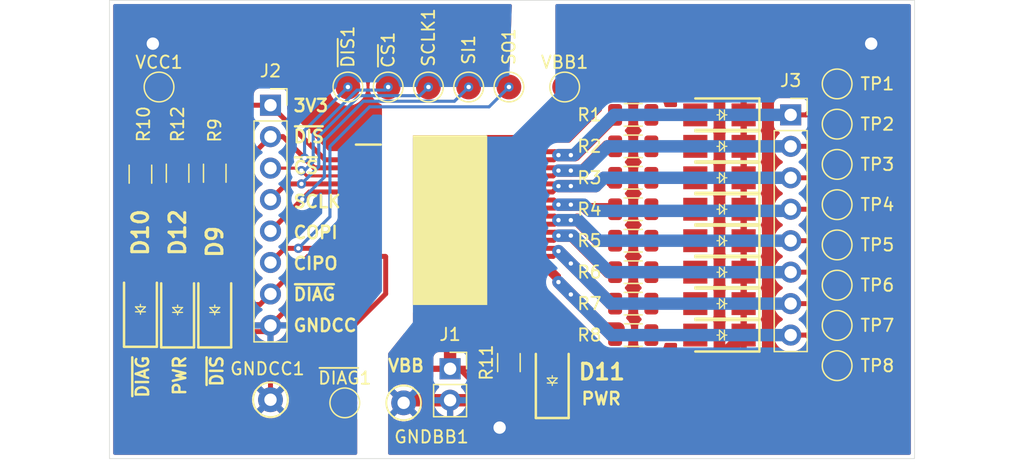
<source format=kicad_pcb>
(kicad_pcb (version 20241229) (generator "pcbnew") (generator_version "9.0")
  (layers (0 "F.Cu" signal) (2 "B.Cu" signal) (13 "F.Paste" user) (15 "B.Paste" user) (5 "F.SilkS" user "F.Silkscreen") (7 "B.SilkS" user "B.Silkscreen") (1 "F.Mask" user) (3 "B.Mask" user) (25 "Edge.Cuts" user))
  (net 0 "")
  (net 1 "GNDBB")
  (net 2 "GNDCC")
  (net 3 "Net-(IC1-OUT2_1)")
  (net 4 "Net-(IC1-OUT7_1)")
  (net 7 "Net-(IC1-OUT1_1)")
  (net 8 "Net-(IC1-OUT5_1)")
  (net 10 "Net-(IC1-OUT4_1)")
  (net 11 "Net-(IC1-OUT0_1)")
  (net 12 "Net-(IC1-~{DIS})")
  (net 15 "+3V3")
  (net 16 "Net-(IC1-SI)")
  (net 19 "Net-(IC1-OUT6_1)")
  (net 21 "Net-(IC1-SCLK)")
  (net 23 "Net-(IC1-SO)")
  (net 26 "Net-(IC1-~{CS})")
  (net 27 "Net-(IC1-OUT3_1)")
  (net 28 "Net-(D1-A)")
  (net 29 "Net-(D2-A)")
  (net 30 "Net-(D3-A)")
  (net 31 "Net-(D4-A)")
  (net 32 "Net-(D5-A)")
  (net 33 "Net-(D6-A)")
  (net 34 "Net-(D7-A)")
  (net 35 "Net-(D8-A)")
  (net 36 "Net-(D9-A)")
  (net 37 "Net-(D10-A)")
  (net 38 "Net-(D10-K)")
  (net 39 "Net-(D11-A)")
  (net 40 "Net-(D12-A)")
  (net 41 "VBB")
  (footprint "TestPoint:TestPoint_Pad_D2.0mm" (layer "F.Cu") (at 197.25 96)
    (property "Reference" "TP2" (at 3.25 0 0) (layer "F.SilkS"))
    (property "Value" "TestPoint" (hide yes))
    (pad "1" smd circle (at 0 0) (size 2 2) (layers "F.Cu" "F.Mask") (net 7 "Net-(IC1-OUT1_1)"))
  )
  (footprint "Resistor_SMD:R_1206_3216Metric" (layer "F.Cu") (at 170.75 115.25 90)
    (property "Reference" "R11" (at 0 -1.82 90) (layer "F.SilkS"))
    (property "Value" "6,2k" (hide yes))
    (pad "1" smd roundrect (at -1.4625 0 90) (size 1.125 1.75) (layers "F.Cu" "F.Mask" "F.Paste") (roundrect_rratio 0.222222) (net 41 "VBB"))
    (pad "2" smd roundrect (at 1.4625 0 90) (size 1.125 1.75) (layers "F.Cu" "F.Mask" "F.Paste") (roundrect_rratio 0.222222) (net 39 "Net-(D11-A)"))
  )
  (footprint "TestPoint:TestPoint_Pad_D2.0mm" (layer "F.Cu") (at 164.25 93)
    (property "Reference" "SCLK1" (at 0 -4 90) (layer "F.SilkS"))
    (property "Value" "TestPoint" (hide yes))
    (pad "1" smd circle (at 0 0) (size 2 2) (layers "F.Cu" "F.Mask") (net 21 "Net-(IC1-SCLK)"))
  )
  (footprint "TestPoint:TestPoint_Pad_D2.0mm" (layer "F.Cu") (at 142.5 93)
    (property "Reference" "VCC1" (at 0 -1.998 0) (layer "F.SilkS"))
    (property "Value" "TestPoint" (hide yes))
    (pad "1" smd circle (at 0 0) (size 2 2) (layers "F.Cu" "F.Mask") (net 15 "+3V3"))
  )
  (footprint "SamacSys_Parts:LEDC5017X140N" (layer "F.Cu") (at 187.75 102.87 180)
    (property "Reference" "D4" (hide yes))
    (property "Value" "156120YS75000" (hide yes))
    (pad "1" smd rect (at -1.95 0 270) (size 1.85 1.95) (layers "F.Cu" "F.Mask" "F.Paste") (net 1 "GNDBB"))
    (pad "2" smd rect (at 1.95 0 270) (size 1.85 1.95) (layers "F.Cu" "F.Mask" "F.Paste") (net 31 "Net-(D4-A)"))
  )
  (footprint "Resistor_SMD:R_1206_3216Metric" (layer "F.Cu") (at 180.7875 97.79)
    (property "Reference" "R2" (at -3.5375 0 0) (layer "F.SilkS"))
    (property "Value" "6,2k" (hide yes))
    (pad "1" smd roundrect (at -1.4625 0) (size 1.125 1.75) (layers "F.Cu" "F.Mask" "F.Paste") (roundrect_rratio 0.222222) (net 7 "Net-(IC1-OUT1_1)"))
    (pad "2" smd roundrect (at 1.4625 0) (size 1.125 1.75) (layers "F.Cu" "F.Mask" "F.Paste") (roundrect_rratio 0.222222) (net 29 "Net-(D2-A)"))
  )
  (footprint "FH_Aachen:PassStift_d=1.0_D=6.0_einseitig" (layer "F.Cu") (at 142 89.5)
    (property "Reference" "REF**" (hide yes))
    (property "Value" "PassStift_d=1.0_D=6.0_einseitig")
    (pad "" np_thru_hole circle (at 0 0) (size 1 1) (drill 1) (layers "*.Cu" "*.Mask"))
  )
  (footprint "SamacSys_Parts:LEDC5017X140N" (layer "F.Cu") (at 187.75 113.03 180)
    (property "Reference" "D8" (hide yes))
    (property "Value" "156120YS75000" (hide yes))
    (pad "1" smd rect (at -1.95 0 270) (size 1.85 1.95) (layers "F.Cu" "F.Mask" "F.Paste") (net 1 "GNDBB"))
    (pad "2" smd rect (at 1.95 0 270) (size 1.85 1.95) (layers "F.Cu" "F.Mask" "F.Paste") (net 35 "Net-(D8-A)"))
  )
  (footprint "TestPoint:TestPoint_Pad_D2.0mm" (layer "F.Cu") (at 197.25 109)
    (property "Reference" "TP6" (at 3.25 0 0) (layer "F.SilkS"))
    (property "Value" "TestPoint" (hide yes))
    (pad "1" smd circle (at 0 0) (size 2 2) (layers "F.Cu" "F.Mask") (net 8 "Net-(IC1-OUT5_1)"))
  )
  (footprint "SamacSys_Parts:LEDC5017X140N" (layer "F.Cu") (at 174.25 116.5 90)
    (property "Reference" "D11" (at 0.5 4 180) (layer "F.SilkS") (effects (font (size 1.27 1.27) (thickness 0.254))))
    (property "Value" "Grün" (hide yes))
    (pad "1" smd rect (at -1.95 0 180) (size 1.85 1.95) (layers "F.Cu" "F.Mask" "F.Paste") (net 1 "GNDBB"))
    (pad "2" smd rect (at 1.95 0 180) (size 1.85 1.95) (layers "F.Cu" "F.Mask" "F.Paste") (net 39 "Net-(D11-A)"))
  )
  (footprint "TestPoint:TestPoint_Pad_D2.0mm" (layer "F.Cu") (at 175.25 93)
    (property "Reference" "VBB1" (at 0 -1.998 0) (layer "F.SilkS"))
    (property "Value" "TestPoint" (hide yes))
    (pad "1" smd circle (at 0 0) (size 2 2) (layers "F.Cu" "F.Mask") (net 41 "VBB"))
  )
  (footprint "SamacSys_Parts:LEDC5017X140N" (layer "F.Cu") (at 187.75 100.33 180)
    (property "Reference" "D3" (hide yes))
    (property "Value" "156120YS75000" (hide yes))
    (pad "1" smd rect (at -1.95 0 270) (size 1.85 1.95) (layers "F.Cu" "F.Mask" "F.Paste") (net 1 "GNDBB"))
    (pad "2" smd rect (at 1.95 0 270) (size 1.85 1.95) (layers "F.Cu" "F.Mask" "F.Paste") (net 30 "Net-(D3-A)"))
  )
  (footprint "Connector_PinSocket_2.54mm:PinSocket_1x08_P2.54mm_Vertical" (layer "F.Cu") (at 151.5 94.47)
    (property "Reference" "J2" (at 0 -2.77 0) (layer "F.SilkS"))
    (property "Value" "Conn_01x08" (hide yes))
    (pad "1" thru_hole rect (at 0 0) (size 1.7 1.7) (drill 1) (layers "*.Cu" "*.Mask") (net 15 "+3V3"))
    (pad "2" thru_hole oval (at 0 2.54) (size 1.7 1.7) (drill 1) (layers "*.Cu" "*.Mask") (net 12 "Net-(IC1-~{DIS})"))
    (pad "3" thru_hole oval (at 0 5.08) (size 1.7 1.7) (drill 1) (layers "*.Cu" "*.Mask") (net 26 "Net-(IC1-~{CS})"))
    (pad "4" thru_hole oval (at 0 7.62) (size 1.7 1.7) (drill 1) (layers "*.Cu" "*.Mask") (net 21 "Net-(IC1-SCLK)"))
    (pad "5" thru_hole oval (at 0 10.16) (size 1.7 1.7) (drill 1) (layers "*.Cu" "*.Mask") (net 16 "Net-(IC1-SI)"))
    (pad "6" thru_hole oval (at 0 12.7) (size 1.7 1.7) (drill 1) (layers "*.Cu" "*.Mask") (net 23 "Net-(IC1-SO)"))
    (pad "7" thru_hole oval (at 0 15.24) (size 1.7 1.7) (drill 1) (layers "*.Cu" "*.Mask") (net 38 "Net-(D10-K)"))
    (pad "8" thru_hole oval (at 0 17.78) (size 1.7 1.7) (drill 1) (layers "*.Cu" "*.Mask") (net 2 "GNDCC"))
  )
  (footprint "SamacSys_Parts:SOP65P1420X350-37N" (layer "F.Cu") (at 166 103.75)
    (property "Reference" "IC1" (at 0 0 0) (layer "F.SilkS") (effects (font (size 1.27 1.27) (thickness 0.254))))
    (property "Value" "ISO1H816G" (hide yes))
    (pad "1" smd rect (at -6.6 -5.525 90) (size 0.45 2) (layers "F.Cu" "F.Mask" "F.Paste"))
    (pad "2" smd rect (at -6.6 -4.875 90) (size 0.45 2) (layers "F.Cu" "F.Mask" "F.Paste") (net 15 "+3V3"))
    (pad "3" smd rect (at -6.6 -4.225 90) (size 0.45 2) (layers "F.Cu" "F.Mask" "F.Paste") (net 12 "Net-(IC1-~{DIS})"))
    (pad "4" smd rect (at -6.6 -3.575 90) (size 0.45 2) (layers "F.Cu" "F.Mask" "F.Paste") (net 26 "Net-(IC1-~{CS})"))
    (pad "5" smd rect (at -6.6 -2.925 90) (size 0.45 2) (layers "F.Cu" "F.Mask" "F.Paste") (net 21 "Net-(IC1-SCLK)"))
    (pad "6" smd rect (at -6.6 -2.275 90) (size 0.45 2) (layers "F.Cu" "F.Mask" "F.Paste") (net 16 "Net-(IC1-SI)"))
    (pad "7" smd rect (at -6.6 -1.625 90) (size 0.45 2) (layers "F.Cu" "F.Mask" "F.Paste"))
    (pad "8" smd rect (at -6.6 -0.975 90) (size 0.45 2) (layers "F.Cu" "F.Mask" "F.Paste"))
    (pad "9" smd rect (at -6.6 -0.325 90) (size 0.45 2) (layers "F.Cu" "F.Mask" "F.Paste"))
    (pad "10" smd rect (at -6.6 0.325 90) (size 0.45 2) (layers "F.Cu" "F.Mask" "F.Paste"))
    (pad "11" smd rect (at -6.6 0.975 90) (size 0.45 2) (layers "F.Cu" "F.Mask" "F.Paste"))
    (pad "12" smd rect (at -6.6 1.625 90) (size 0.45 2) (layers "F.Cu" "F.Mask" "F.Paste"))
    (pad "13" smd rect (at -6.6 2.275 90) (size 0.45 2) (layers "F.Cu" "F.Mask" "F.Paste") (net 23 "Net-(IC1-SO)"))
    (pad "14" smd rect (at -6.6 2.925 90) (size 0.45 2) (layers "F.Cu" "F.Mask" "F.Paste") (net 38 "Net-(D10-K)"))
    (pad "15" smd rect (at -6.6 3.575 90) (size 0.45 2) (layers "F.Cu" "F.Mask" "F.Paste") (net 2 "GNDCC"))
    (pad "16" smd rect (at -6.6 4.225 90) (size 0.45 2) (layers "F.Cu" "F.Mask" "F.Paste"))
    (pad "17" smd rect (at -6.6 4.875 90) (size 0.45 2) (layers "F.Cu" "F.Mask" "F.Paste"))
    (pad "18" smd rect (at -6.6 5.525 90) (size 0.45 2) (layers "F.Cu" "F.Mask" "F.Paste"))
    (pad "19" smd rect (at 6.6 5.525 90) (size 0.45 2) (layers "F.Cu" "F.Mask" "F.Paste") (net 1 "GNDBB"))
    (pad "20" smd rect (at 6.6 4.875 90) (size 0.45 2) (layers "F.Cu" "F.Mask" "F.Paste"))
    (pad "21" smd rect (at 6.6 4.225 90) (size 0.45 2) (layers "F.Cu" "F.Mask" "F.Paste") (net 4 "Net-(IC1-OUT7_1)"))
    (pad "22" smd rect (at 6.6 3.575 90) (size 0.45 2) (layers "F.Cu" "F.Mask" "F.Paste") (net 4 "Net-(IC1-OUT7_1)"))
    (pad "23" smd rect (at 6.6 2.925 90) (size 0.45 2) (layers "F.Cu" "F.Mask" "F.Paste") (net 19 "Net-(IC1-OUT6_1)"))
    (pad "24" smd rect (at 6.6 2.275 90) (size 0.45 2) (layers "F.Cu" "F.Mask" "F.Paste") (net 19 "Net-(IC1-OUT6_1)"))
    (pad "25" smd rect (at 6.6 1.625 90) (size 0.45 2) (layers "F.Cu" "F.Mask" "F.Paste") (net 8 "Net-(IC1-OUT5_1)"))
    (pad "26" smd rect (at 6.6 0.975 90) (size 0.45 2) (layers "F.Cu" "F.Mask" "F.Paste") (net 8 "Net-(IC1-OUT5_1)"))
    (pad "27" smd rect (at 6.6 0.325 90) (size 0.45 2) (layers "F.Cu" "F.Mask" "F.Paste") (net 10 "Net-(IC1-OUT4_1)"))
    (pad "28" smd rect (at 6.6 -0.325 90) (size 0.45 2) (layers "F.Cu" "F.Mask" "F.Paste") (net 10 "Net-(IC1-OUT4_1)"))
    (pad "29" smd rect (at 6.6 -0.975 90) (size 0.45 2) (layers "F.Cu" "F.Mask" "F.Paste") (net 27 "Net-(IC1-OUT3_1)"))
    (pad "30" smd rect (at 6.6 -1.625 90) (size 0.45 2) (layers "F.Cu" "F.Mask" "F.Paste") (net 27 "Net-(IC1-OUT3_1)"))
    (pad "31" smd rect (at 6.6 -2.275 90) (size 0.45 2) (layers "F.Cu" "F.Mask" "F.Paste") (net 3 "Net-(IC1-OUT2_1)"))
    (pad "32" smd rect (at 6.6 -2.925 90) (size 0.45 2) (layers "F.Cu" "F.Mask" "F.Paste") (net 3 "Net-(IC1-OUT2_1)"))
    (pad "33" smd rect (at 6.6 -3.575 90) (size 0.45 2) (layers "F.Cu" "F.Mask" "F.Paste") (net 7 "Net-(IC1-OUT1_1)"))
    (pad "34" smd rect (at 6.6 -4.225 90) (size 0.45 2) (layers "F.Cu" "F.Mask" "F.Paste") (net 7 "Net-(IC1-OUT1_1)"))
    (pad "35" smd rect (at 6.6 -4.875 90) (size 0.45 2) (layers "F.Cu" "F.Mask" "F.Paste") (net 11 "Net-(IC1-OUT0_1)"))
    (pad "36" smd rect (at 6.6 -5.525 90) (size 0.45 2) (layers "F.Cu" "F.Mask" "F.Paste") (net 11 "Net-(IC1-OUT0_1)"))
    (pad "37" smd rect (at 0 0) (size 6 13.7) (layers "F.Cu" "F.Mask" "F.SilkS" "F.Paste") (net 41 "VBB"))
  )
  (footprint "TestPoint:TestPoint_Keystone_5000-5004_Miniature" (layer "F.Cu") (at 162.25 118.5)
    (property "Reference" "GNDBB1" (at 2.25 2.75 0) (layer "F.SilkS"))
    (property "Value" "TestPoint_Probe" (hide yes))
    (pad "1" thru_hole circle (at 0 0) (size 2 2) (drill 1) (layers "*.Cu" "*.Mask") (net 1 "GNDBB"))
  )
  (footprint "Resistor_SMD:R_1206_3216Metric" (layer "F.Cu") (at 180.7875 100.33)
    (property "Reference" "R3" (at -3.5375 0 0) (layer "F.SilkS"))
    (property "Value" "6,2k" (hide yes))
    (pad "1" smd roundrect (at -1.4625 0) (size 1.125 1.75) (layers "F.Cu" "F.Mask" "F.Paste") (roundrect_rratio 0.222222) (net 3 "Net-(IC1-OUT2_1)"))
    (pad "2" smd roundrect (at 1.4625 0) (size 1.125 1.75) (layers "F.Cu" "F.Mask" "F.Paste") (roundrect_rratio 0.222222) (net 30 "Net-(D3-A)"))
  )
  (footprint "SamacSys_Parts:LEDC5017X140N" (layer "F.Cu") (at 187.75 95.25 180)
    (property "Reference" "D1" (hide yes))
    (property "Value" "156120YS75000" (hide yes))
    (pad "1" smd rect (at -1.95 0 270) (size 1.85 1.95) (layers "F.Cu" "F.Mask" "F.Paste") (net 1 "GNDBB"))
    (pad "2" smd rect (at 1.95 0 270) (size 1.85 1.95) (layers "F.Cu" "F.Mask" "F.Paste") (net 28 "Net-(D1-A)"))
  )
  (footprint "Connector_PinSocket_2.54mm:PinSocket_1x08_P2.54mm_Vertical" (layer "F.Cu") (at 193.5 95.25)
    (property "Reference" "J3" (at 0 -2.77 0) (layer "F.SilkS"))
    (property "Value" "Conn_01x08")
    (pad "1" thru_hole rect (at 0 0) (size 1.7 1.7) (drill 1) (layers "*.Cu" "*.Mask") (net 11 "Net-(IC1-OUT0_1)"))
    (pad "2" thru_hole oval (at 0 2.54) (size 1.7 1.7) (drill 1) (layers "*.Cu" "*.Mask") (net 7 "Net-(IC1-OUT1_1)"))
    (pad "3" thru_hole oval (at 0 5.08) (size 1.7 1.7) (drill 1) (layers "*.Cu" "*.Mask") (net 3 "Net-(IC1-OUT2_1)"))
    (pad "4" thru_hole oval (at 0 7.62) (size 1.7 1.7) (drill 1) (layers "*.Cu" "*.Mask") (net 27 "Net-(IC1-OUT3_1)"))
    (pad "5" thru_hole oval (at 0 10.16) (size 1.7 1.7) (drill 1) (layers "*.Cu" "*.Mask") (net 10 "Net-(IC1-OUT4_1)"))
    (pad "6" thru_hole oval (at 0 12.7) (size 1.7 1.7) (drill 1) (layers "*.Cu" "*.Mask") (net 8 "Net-(IC1-OUT5_1)"))
    (pad "7" thru_hole oval (at 0 15.24) (size 1.7 1.7) (drill 1) (layers "*.Cu" "*.Mask") (net 19 "Net-(IC1-OUT6_1)"))
    (pad "8" thru_hole oval (at 0 17.78) (size 1.7 1.7) (drill 1) (layers "*.Cu" "*.Mask") (net 4 "Net-(IC1-OUT7_1)"))
  )
  (footprint "SamacSys_Parts:LEDC5017X140N" (layer "F.Cu") (at 187.75 97.79 180)
    (property "Reference" "D2" (hide yes))
    (property "Value" "156120YS75000" (hide yes))
    (pad "1" smd rect (at -1.95 0 270) (size 1.85 1.95) (layers "F.Cu" "F.Mask" "F.Paste") (net 1 "GNDBB"))
    (pad "2" smd rect (at 1.95 0 270) (size 1.85 1.95) (layers "F.Cu" "F.Mask" "F.Paste") (net 29 "Net-(D2-A)"))
  )
  (footprint "TestPoint:TestPoint_Pad_D2.0mm" (layer "F.Cu") (at 167.5 93)
    (property "Reference" "SI1" (at 0 -3 90) (layer "F.SilkS"))
    (property "Value" "TestPoint" (hide yes))
    (pad "1" smd circle (at 0 0) (size 2 2) (layers "F.Cu" "F.Mask") (net 16 "Net-(IC1-SI)"))
  )
  (footprint "TestPoint:TestPoint_Pad_D2.0mm" (layer "F.Cu") (at 197.25 102.5)
    (property "Reference" "TP4" (at 3.25 0 0) (layer "F.SilkS"))
    (property "Value" "TestPoint" (hide yes))
    (pad "1" smd circle (at 0 0) (size 2 2) (layers "F.Cu" "F.Mask") (net 27 "Net-(IC1-OUT3_1)"))
  )
  (footprint "Resistor_SMD:R_1206_3216Metric" (layer "F.Cu") (at 180.7875 105.41)
    (property "Reference" "R5" (at -3.5375 0 0) (layer "F.SilkS"))
    (property "Value" "6,2k" (hide yes))
    (pad "1" smd roundrect (at -1.4625 0) (size 1.125 1.75) (layers "F.Cu" "F.Mask" "F.Paste") (roundrect_rratio 0.222222) (net 10 "Net-(IC1-OUT4_1)"))
    (pad "2" smd roundrect (at 1.4625 0) (size 1.125 1.75) (layers "F.Cu" "F.Mask" "F.Paste") (roundrect_rratio 0.222222) (net 32 "Net-(D5-A)"))
  )
  (footprint "TestPoint:TestPoint_Pad_D2.0mm" (layer "F.Cu") (at 197.25 99.25)
    (property "Reference" "TP3" (at 3.25 0 0) (layer "F.SilkS"))
    (property "Value" "TestPoint" (hide yes))
    (pad "1" smd circle (at 0 0) (size 2 2) (layers "F.Cu" "F.Mask") (net 3 "Net-(IC1-OUT2_1)"))
  )
  (footprint "FH_Aachen:PassStift_d=1.0_D=6.0_einseitig" (layer "F.Cu") (at 170 120.5)
    (property "Reference" "REF**" (hide yes))
    (property "Value" "PassStift_d=1.0_D=6.0_einseitig")
    (pad "" np_thru_hole circle (at 0 0) (size 1 1) (drill 1) (layers "*.Cu" "*.Mask"))
  )
  (footprint "SamacSys_Parts:LEDC5017X140N" (layer "F.Cu") (at 147 110.8 90)
    (property "Reference" "D9" (at 5.3 0 90) (layer "F.SilkS") (effects (font (size 1.27 1.27) (thickness 0.254))))
    (property "Value" "270" (hide yes))
    (pad "1" smd rect (at -1.95 0 180) (size 1.85 1.95) (layers "F.Cu" "F.Mask" "F.Paste") (net 2 "GNDCC"))
    (pad "2" smd rect (at 1.95 0 180) (size 1.85 1.95) (layers "F.Cu" "F.Mask" "F.Paste") (net 36 "Net-(D9-A)"))
  )
  (footprint "SamacSys_Parts:LEDC5017X140N" (layer "F.Cu") (at 187.75 105.41 180)
    (property "Reference" "D5" (hide yes))
    (property "Value" "156120YS75000" (hide yes))
    (pad "1" smd rect (at -1.95 0 270) (size 1.85 1.95) (layers "F.Cu" "F.Mask" "F.Paste") (net 1 "GNDBB"))
    (pad "2" smd rect (at 1.95 0 270) (size 1.85 1.95) (layers "F.Cu" "F.Mask" "F.Paste") (net 32 "Net-(D5-A)"))
  )
  (footprint "TestPoint:TestPoint_Pad_D2.0mm" (layer "F.Cu") (at 197.25 115.5)
    (property "Reference" "TP8" (at 3.25 0 0) (layer "F.SilkS"))
    (property "Value" "TestPoint" (hide yes))
    (pad "1" smd circle (at 0 0) (size 2 2) (layers "F.Cu" "F.Mask") (net 4 "Net-(IC1-OUT7_1)"))
  )
  (footprint "Resistor_SMD:R_1206_3216Metric" (layer "F.Cu") (at 141 100.0375 -90)
    (property "Reference" "R10" (at -4.0375 -0.25 90) (layer "F.SilkS"))
    (property "Value" "270" (hide yes))
    (pad "1" smd roundrect (at -1.4625 0 270) (size 1.125 1.75) (layers "F.Cu" "F.Mask" "F.Paste") (roundrect_rratio 0.222222) (net 15 "+3V3"))
    (pad "2" smd roundrect (at 1.4625 0 270) (size 1.125 1.75) (layers "F.Cu" "F.Mask" "F.Paste") (roundrect_rratio 0.222222) (net 37 "Net-(D10-A)"))
  )
  (footprint "FH_Aachen:PassStift_d=1.0_D=6.0_einseitig" (layer "F.Cu") (at 200 89.5)
    (property "Reference" "REF**" (hide yes))
    (property "Value" "PassStift_d=1.0_D=6.0_einseitig")
    (pad "" np_thru_hole circle (at 0 0) (size 1 1) (drill 1) (layers "*.Cu" "*.Mask"))
  )
  (footprint "TestPoint:TestPoint_Pad_D2.0mm" (layer "F.Cu") (at 197.25 105.75)
    (property "Reference" "TP5" (at 3.25 0 0) (layer "F.SilkS"))
    (property "Value" "TestPoint" (hide yes))
    (pad "1" smd circle (at 0 0) (size 2 2) (layers "F.Cu" "F.Mask") (net 10 "Net-(IC1-OUT4_1)"))
  )
  (footprint "SamacSys_Parts:LEDC5017X140N" (layer "F.Cu") (at 187.75 107.95 180)
    (property "Reference" "D6" (hide yes))
    (property "Value" "156120YS75000" (hide yes))
    (pad "1" smd rect (at -1.95 0 270) (size 1.85 1.95) (layers "F.Cu" "F.Mask" "F.Paste") (net 1 "GNDBB"))
    (pad "2" smd rect (at 1.95 0 270) (size 1.85 1.95) (layers "F.Cu" "F.Mask" "F.Paste") (net 33 "Net-(D6-A)"))
  )
  (footprint "Resistor_SMD:R_1206_3216Metric" (layer "F.Cu") (at 180.7875 113.03)
    (property "Reference" "R8" (at -3.5375 0 0) (layer "F.SilkS"))
    (property "Value" "6,2k" (hide yes))
    (pad "1" smd roundrect (at -1.4625 0) (size 1.125 1.75) (layers "F.Cu" "F.Mask" "F.Paste") (roundrect_rratio 0.222222) (net 4 "Net-(IC1-OUT7_1)"))
    (pad "2" smd roundrect (at 1.4625 0) (size 1.125 1.75) (layers "F.Cu" "F.Mask" "F.Paste") (roundrect_rratio 0.222222) (net 35 "Net-(D8-A)"))
  )
  (footprint "Resistor_SMD:R_1206_3216Metric" (layer "F.Cu") (at 180.7875 110.49)
    (property "Reference" "R7" (at -3.5375 0 0) (layer "F.SilkS"))
    (property "Value" "6,2k" (hide yes))
    (pad "1" smd roundrect (at -1.4625 0) (size 1.125 1.75) (layers "F.Cu" "F.Mask" "F.Paste") (roundrect_rratio 0.222222) (net 19 "Net-(IC1-OUT6_1)"))
    (pad "2" smd roundrect (at 1.4625 0) (size 1.125 1.75) (layers "F.Cu" "F.Mask" "F.Paste") (roundrect_rratio 0.222222) (net 34 "Net-(D7-A)"))
  )
  (footprint "Resistor_SMD:R_1206_3216Metric" (layer "F.Cu") (at 147 99.9625 -90)
    (property "Reference" "R9" (at -3.4625 0 90) (layer "F.SilkS"))
    (property "Value" "6,2k" (hide yes))
    (pad "1" smd roundrect (at -1.4625 0 270) (size 1.125 1.75) (layers "F.Cu" "F.Mask" "F.Paste") (roundrect_rratio 0.222222) (net 12 "Net-(IC1-~{DIS})"))
    (pad "2" smd roundrect (at 1.4625 0 270) (size 1.125 1.75) (layers "F.Cu" "F.Mask" "F.Paste") (roundrect_rratio 0.222222) (net 36 "Net-(D9-A)"))
  )
  (footprint "TestPoint:TestPoint_Pad_D2.0mm" (layer "F.Cu") (at 157.75 93)
    (property "Reference" "~{DIS}1" (at 0 -3.25 90) (layer "F.SilkS"))
    (property "Value" "TestPoint" (hide yes))
    (pad "1" smd circle (at 0 0) (size 2 2) (layers "F.Cu" "F.Mask") (net 12 "Net-(IC1-~{DIS})"))
  )
  (footprint "SamacSys_Parts:LEDC5017X140N" (layer "F.Cu") (at 144 110.8 90)
    (property "Reference" "D12" (at 6.05 0 90) (layer "F.SilkS") (effects (font (size 1.27 1.27) (thickness 0.254))))
    (property "Value" "Grün" (hide yes))
    (pad "1" smd rect (at -1.95 0 180) (size 1.85 1.95) (layers "F.Cu" "F.Mask" "F.Paste") (net 2 "GNDCC"))
    (pad "2" smd rect (at 1.95 0 180) (size 1.85 1.95) (layers "F.Cu" "F.Mask" "F.Paste") (net 40 "Net-(D12-A)"))
  )
  (footprint "Connector_PinSocket_2.54mm:PinSocket_1x02_P2.54mm_Vertical" (layer "F.Cu") (at 166 115.75)
    (property "Reference" "J1" (at 0 -2.77 0) (layer "F.SilkS"))
    (property "Value" "Conn_01x02" (hide yes))
    (pad "1" thru_hole rect (at 0 0) (size 1.7 1.7) (drill 1) (layers "*.Cu" "*.Mask") (net 41 "VBB"))
    (pad "2" thru_hole oval (at 0 2.54) (size 1.7 1.7) (drill 1) (layers "*.Cu" "*.Mask") (net 1 "GNDBB"))
  )
  (footprint "TestPoint:TestPoint_Keystone_5000-5004_Miniature" (layer "F.Cu") (at 151.5 118.25)
    (property "Reference" "GNDCC1" (at -0.25 -2.5 0) (layer "F.SilkS"))
    (property "Value" "TestPoint_Probe" (hide yes))
    (pad "1" thru_hole circle (at 0 0) (size 2 2) (drill 1) (layers "*.Cu" "*.Mask") (net 2 "GNDCC"))
  )
  (footprint "Resistor_SMD:R_1206_3216Metric" (layer "F.Cu") (at 180.7875 102.87)
    (property "Reference" "R4" (at -3.5375 0 0) (layer "F.SilkS"))
    (property "Value" "6,2k" (hide yes))
    (pad "1" smd roundrect (at -1.4625 0) (size 1.125 1.75) (layers "F.Cu" "F.Mask" "F.Paste") (roundrect_rratio 0.222222) (net 27 "Net-(IC1-OUT3_1)"))
    (pad "2" smd roundrect (at 1.4625 0) (size 1.125 1.75) (layers "F.Cu" "F.Mask" "F.Paste") (roundrect_rratio 0.222222) (net 31 "Net-(D4-A)"))
  )
  (footprint "Resistor_SMD:R_1206_3216Metric" (layer "F.Cu") (at 180.7875 95.25)
    (property "Reference" "R1" (at -3.5375 0 0) (layer "F.SilkS"))
    (property "Value" "6,2k" (hide yes))
    (pad "1" smd roundrect (at -1.4625 0) (size 1.125 1.75) (layers "F.Cu" "F.Mask" "F.Paste") (roundrect_rratio 0.222222) (net 11 "Net-(IC1-OUT0_1)"))
    (pad "2" smd roundrect (at 1.4625 0) (size 1.125 1.75) (layers "F.Cu" "F.Mask" "F.Paste") (roundrect_rratio 0.222222) (net 28 "Net-(D1-A)"))
  )
  (footprint "TestPoint:TestPoint_Pad_D2.0mm" (layer "F.Cu") (at 157.5 118.5)
    (property "Reference" "~{DIAG}1" (at 0 -1.998 0) (layer "F.SilkS"))
    (property "Value" "TestPoint" (hide yes))
    (pad "1" smd circle (at 0 0) (size 2 2) (layers "F.Cu" "F.Mask") (net 38 "Net-(D10-K)"))
  )
  (footprint "Resistor_SMD:R_1206_3216Metric" (layer "F.Cu") (at 180.7875 107.95)
    (property "Reference" "R6" (at -3.5375 0 0) (layer "F.SilkS"))
    (property "Value" "6,2k" (hide yes))
    (pad "1" smd roundrect (at -1.4625 0) (size 1.125 1.75) (layers "F.Cu" "F.Mask" "F.Paste") (roundrect_rratio 0.222222) (net 8 "Net-(IC1-OUT5_1)"))
    (pad "2" smd roundrect (at 1.4625 0) (size 1.125 1.75) (layers "F.Cu" "F.Mask" "F.Paste") (roundrect_rratio 0.222222) (net 33 "Net-(D6-A)"))
  )
  (footprint "Resistor_SMD:R_1206_3216Metric" (layer "F.Cu") (at 144 99.9625 -90)
    (property "Reference" "R12" (at -3.9625 0 90) (layer "F.SilkS"))
    (property "Value" "270" (hide yes))
    (pad "1" smd roundrect (at -1.4625 0 270) (size 1.125 1.75) (layers "F.Cu" "F.Mask" "F.Paste") (roundrect_rratio 0.222222) (net 15 "+3V3"))
    (pad "2" smd roundrect (at 1.4625 0 270) (size 1.125 1.75) (layers "F.Cu" "F.Mask" "F.Paste") (roundrect_rratio 0.222222) (net 40 "Net-(D12-A)"))
  )
  (footprint "TestPoint:TestPoint_Pad_D2.0mm" (layer "F.Cu") (at 197.25 92.75)
    (property "Reference" "TP1" (at 3.25 0 0) (layer "F.SilkS"))
    (property "Value" "TestPoint" (hide yes))
    (pad "1" smd circle (at 0 0) (size 2 2) (layers "F.Cu" "F.Mask") (net 11 "Net-(IC1-OUT0_1)"))
  )
  (footprint "SamacSys_Parts:LEDC5017X140N" (layer "F.Cu") (at 141 110.75 90)
    (property "Reference" "D10" (at 6 0 90) (layer "F.SilkS") (effects (font (size 1.27 1.27) (thickness 0.254))))
    (property "Value" "Rot" (hide yes))
    (pad "1" smd rect (at -1.95 0 180) (size 1.85 1.95) (layers "F.Cu" "F.Mask" "F.Paste") (net 38 "Net-(D10-K)"))
    (pad "2" smd rect (at 1.95 0 180) (size 1.85 1.95) (layers "F.Cu" "F.Mask" "F.Paste") (net 37 "Net-(D10-A)"))
  )
  (footprint "TestPoint:TestPoint_Pad_D2.0mm" (layer "F.Cu") (at 170.75 93 90)
    (property "Reference" "SO1" (at 3.25 0 90) (layer "F.SilkS"))
    (property "Value" "TestPoint" (hide yes))
    (pad "1" smd circle (at 0 0 90) (size 2 2) (layers "F.Cu" "F.Mask") (net 23 "Net-(IC1-SO)"))
  )
  (footprint "TestPoint:TestPoint_Pad_D2.0mm" (layer "F.Cu") (at 197.25 112.25)
    (property "Reference" "TP7" (at 3.25 0 0) (layer "F.SilkS"))
    (property "Value" "TestPoint" (hide yes))
    (pad "1" smd circle (at 0 0) (size 2 2) (layers "F.Cu" "F.Mask") (net 19 "Net-(IC1-OUT6_1)"))
  )
  (footprint "TestPoint:TestPoint_Pad_D2.0mm" (layer "F.Cu") (at 161 93)
    (property "Reference" "~{CS}1" (at 0 -3 90) (layer "F.SilkS"))
    (property "Value" "TestPoint" (hide yes))
    (pad "1" smd circle (at 0 0) (size 2 2) (layers "F.Cu" "F.Mask") (net 26 "Net-(IC1-~{CS})"))
  )
  (footprint "SamacSys_Parts:LEDC5017X140N" (layer "F.Cu") (at 187.75 110.49 180)
    (property "Reference" "D7" (hide yes))
    (property "Value" "156120YS75000" (hide yes))
    (pad "1" smd rect (at -1.95 0 270) (size 1.85 1.95) (layers "F.Cu" "F.Mask" "F.Paste") (net 1 "GNDBB"))
    (pad "2" smd rect (at 1.95 0 270) (size 1.85 1.95) (layers "F.Cu" "F.Mask" "F.Paste") (net 34 "Net-(D7-A)"))
  )
  (gr_rect (start 138.5 86) (end 203.5 123) (stroke (width 0.05)) (fill no) (layer "Edge.Cuts"))
  (gr_text "VBB" (at 164 115.5 0) (layer "F.SilkS") (effects (font (size 1 1) (thickness 0.2) (bold yes)) (justify right)))
  (gr_text "~{DIAG}\n" (at 141.75 118.190476 90) (layer "F.SilkS") (effects (font (size 1 1) (thickness 0.2) (bold yes)) (justify left bottom)))
  (gr_text "GNDCC" (at 153.25 112.25 0) (layer "F.SilkS") (effects (font (size 1 1) (thickness 0.2) (bold yes)) (justify left)))
  (gr_text "CIPO" (at 153.25 107.25 0) (layer "F.SilkS") (effects (font (size 1 1) (thickness 0.2) (bold yes)) (justify left)))
  (gr_text "~{DIAG}\n" (at 153.25 109.75 0) (layer "F.SilkS") (effects (font (size 1 1) (thickness 0.2) (bold yes)) (justify left)))
  (gr_text "SCLK" (at 153.25 102.25 0) (layer "F.SilkS") (effects (font (size 1 1) (thickness 0.2) (bold yes)) (justify left)))
  (gr_text "3V3" (at 153.25 94.5 0) (layer "F.SilkS") (effects (font (size 1 1) (thickness 0.2) (bold yes)) (justify left)))
  (gr_text "PWR\n" (at 176.5 118.75 0) (layer "F.SilkS") (effects (font (size 1 1) (thickness 0.2) (bold yes)) (justify left bottom)))
  (gr_text "~{DIS}\n" (at 153.25 97 0) (layer "F.SilkS") (effects (font (size 1 1) (thickness 0.2) (bold yes)) (justify left)))
  (gr_text "~{DIS}\n" (at 147.75 117.285714 90) (layer "F.SilkS") (effects (font (size 1 1) (thickness 0.2) (bold yes)) (justify left bottom)))
  (gr_text "COPI" (at 153.25 104.75 0) (layer "F.SilkS") (effects (font (size 1 1) (thickness 0.2) (bold yes)) (justify left)))
  (gr_text "~{CS}\n" (at 153.25 99.5 0) (layer "F.SilkS") (effects (font (size 1 1) (thickness 0.2) (bold yes)) (justify left)))
  (gr_text "PWR\n" (at 144.75 118 90) (layer "F.SilkS") (effects (font (size 1 1) (thickness 0.2) (bold yes)) (justify left bottom)))
  (segment (start 189.7 95.25) (end 189.7 113.03) (width 0.5) (layer "F.Cu") (net 1))
  (segment (start 184.44 118.29) (end 189.7 113.03) (width 1) (layer "F.Cu") (net 1))
  (segment (start 175.75 116.75) (end 174.25 118.25) (width 0.4) (layer "F.Cu") (net 1))
  (segment (start 172.6 109.275) (end 175.75 112.425) (width 0.4) (layer "F.Cu") (net 1))
  (segment (start 166 118.29) (end 184.44 118.29) (width 1) (layer "F.Cu") (net 1))
  (segment (start 166 118.29) (end 162.46 118.29) (width 1) (layer "F.Cu") (net 1))
  (segment (start 162.46 118.29) (end 162.25 118.5) (width 1) (layer "F.Cu") (net 1))
  (segment (start 175.75 112.425) (end 175.75 116.75) (width 0.4) (layer "F.Cu") (net 1))
  (segment (start 151.5 112.25) (end 156.425 107.325) (width 0.4) (layer "F.Cu") (net 2))
  (segment (start 144 112.75) (end 151 112.75) (width 0.4) (layer "F.Cu") (net 2))
  (segment (start 151.5 118.25) (end 151.5 112.25) (width 0.4) (layer "F.Cu") (net 2))
  (segment (start 156.425 107.325) (end 159.4 107.325) (width 0.4) (layer "F.Cu") (net 2))
  (segment (start 151 112.75) (end 151.5 112.25) (width 0.4) (layer "F.Cu") (net 2))
  (segment (start 172.6 101.475) (end 174.275 101.475) (width 0.4) (layer "F.Cu") (net 3))
  (segment (start 174.275 101.475) (end 174.75 101) (width 0.4) (layer "F.Cu") (net 3))
  (segment (start 174.575 100.825) (end 174.75 101) (width 0.4) (layer "F.Cu") (net 3))
  (segment (start 178.42 100.33) (end 177.75 101) (width 1) (layer "F.Cu") (net 3))
  (segment (start 179.325 100.33) (end 178.42 100.33) (width 1) (layer "F.Cu") (net 3))
  (segment (start 178.83 100.825) (end 179.325 100.33) (width 0.4) (layer "F.Cu") (net 3))
  (segment (start 177.75 101) (end 175.75 101) (width 1) (layer "F.Cu") (net 3))
  (segment (start 172.6 100.825) (end 174.575 100.825) (width 0.4) (layer "F.Cu") (net 3))
  (segment (start 196.17 100.33) (end 197.25 99.25) (width 0.4) (layer "F.Cu") (net 3))
  (segment (start 193.5 100.33) (end 196.17 100.33) (width 0.4) (layer "F.Cu") (net 3))
  (segment (start 175.75 101) (end 174.75 101) (width 1) (layer "F.Cu") (net 3))
  (via (at 175.75 101) (size 0.75) (drill 0.35) (layers "F.Cu" "B.Cu") (net 3))
  (via (at 174.75 101) (size 0.75) (drill 0.35) (layers "F.Cu" "B.Cu") (net 3))
  (segment (start 193.5 100.33) (end 178.42 100.33) (width 1) (layer "B.Cu") (net 3))
  (segment (start 178.42 100.33) (end 177.75 101) (width 1) (layer "B.Cu") (net 3))
  (segment (start 177.75 101) (end 174.75 101) (width 1) (layer "B.Cu") (net 3))
  (segment (start 179.03 113.03) (end 178.5 112.5) (width 1) (layer "F.Cu") (net 4))
  (segment (start 178.5 112.5) (end 175.75 109.75) (width 1) (layer "F.Cu") (net 4))
  (segment (start 178.5 112.5) (end 179.60293 112.5) (width 1) (layer "F.Cu") (net 4))
  (segment (start 174 107.5) (end 174.75 108.25) (width 0.4) (layer "F.Cu") (net 4))
  (segment (start 172.6 107.975) (end 173.975 107.975) (width 0.4) (layer "F.Cu") (net 4))
  (segment (start 172.6 107.325) (end 172.775 107.5) (width 0.4) (layer "F.Cu") (net 4))
  (segment (start 179.325 113.03) (end 179.03 113.03) (width 1) (layer "F.Cu") (net 4))
  (segment (start 174.75 108.25) (end 174.75 108.75) (width 0.4) (layer "F.Cu") (net 4))
  (segment (start 194.78 113.03) (end 197.25 115.5) (width 0.4) (layer "F.Cu") (net 4))
  (segment (start 193.5 113.03) (end 194.78 113.03) (width 0.4) (layer "F.Cu") (net 4))
  (segment (start 173.975 107.975) (end 174.75 108.75) (width 0.4) (layer "F.Cu") (net 4))
  (segment (start 172.775 107.5) (end 174 107.5) (width 0.4) (layer "F.Cu") (net 4))
  (segment (start 175.75 109.75) (end 174.75 108.75) (width 1) (layer "F.Cu") (net 4))
  (via (at 174.75 108.75) (size 0.75) (drill 0.35) (layers "F.Cu" "B.Cu") (net 4))
  (via (at 175.75 109.75) (size 0.75) (drill 0.35) (layers "F.Cu" "B.Cu") (net 4))
  (segment (start 193.5 113.03) (end 179.03 113.03) (width 1) (layer "B.Cu") (net 4))
  (segment (start 179.03 113.03) (end 174.75 108.75) (width 1) (layer "B.Cu") (net 4))
  (segment (start 179.325 97.79) (end 178.71 97.79) (width 1) (layer "F.Cu") (net 7))
  (segment (start 178.71 97.79) (end 178.5 98) (width 1) (layer "F.Cu") (net 7))
  (segment (start 193.5 97.79) (end 195.46 97.79) (width 0.4) (layer "F.Cu") (net 7))
  (segment (start 175.75 99.75) (end 174.75 99.75) (width 1) (layer "F.Cu") (net 7))
  (segment (start 178.5 98) (end 176.75 99.75) (width 1) (layer "F.Cu") (net 7))
  (segment (start 172.6 99.525) (end 174.525 99.525) (width 0.4) (layer "F.Cu") (net 7))
  (segment (start 176.75 99.75) (end 175.75 99.75) (width 1) (layer "F.Cu") (net 7))
  (segment (start 172.6 100.175) (end 174.325 100.175) (width 0.4) (layer "F.Cu") (net 7))
  (segment (start 174.525 99.525) (end 174.75 99.75) (width 0.4) (layer "F.Cu") (net 7))
  (segment (start 195.46 97.79) (end 197.25 96) (width 0.4) (layer "F.Cu") (net 7))
  (segment (start 174.325 100.175) (end 174.75 99.75) (width 0.4) (layer "F.Cu") (net 7))
  (via (at 175.75 99.75) (size 0.75) (drill 0.35) (layers "F.Cu" "B.Cu") (net 7))
  (via (at 174.75 99.75) (size 0.75) (drill 0.35) (layers "F.Cu" "B.Cu") (net 7))
  (segment (start 193.5 97.79) (end 178.75 97.79) (width 1) (layer "B.Cu") (net 7))
  (segment (start 178.75 97.79) (end 176.79 99.75) (width 1) (layer "B.Cu") (net 7))
  (segment (start 176.79 99.75) (end 174.75 99.75) (width 1) (layer "B.Cu") (net 7))
  (segment (start 172.6 104.725) (end 174.475 104.725) (width 0.4) (layer "F.Cu") (net 8))
  (segment (start 175.855888 105) (end 175.75 105) (width 1) (layer "F.Cu") (net 8))
  (segment (start 196.2 107.95) (end 197.25 109) (width 0.4) (layer "F.Cu") (net 8))
  (segment (start 193.5 107.95) (end 196.2 107.95) (width 0.4) (layer "F.Cu") (net 8))
  (segment (start 178.805888 107.95) (end 176.802944 105.947056) (width 1) (layer "F.Cu") (net 8))
  (segment (start 174.375 105.375) (end 174.75 105) (width 0.4) (layer "F.Cu") (net 8))
  (segment (start 174.475 104.725) (end 174.75 105) (width 0.4) (layer "F.Cu") (net 8))
  (segment (start 175.75 105) (end 174.75 105) (width 1) (layer "F.Cu") (net 8))
  (segment (start 172.6 105.375) (end 174.375 105.375) (width 0.4) (layer "F.Cu") (net 8))
  (segment (start 179.325 107.95) (end 178.805888 107.95) (width 1) (layer "F.Cu") (net 8))
  (segment (start 176.802944 105.947056) (end 175.855888 105) (width 1) (layer "F.Cu") (net 8))
  (via (at 175.75 105) (size 0.75) (drill 0.35) (layers "F.Cu" "B.Cu") (net 8))
  (via (at 174.75 105) (size 0.75) (drill 0.35) (layers "F.Cu" "B.Cu") (net 8))
  (segment (start 193.5 107.95) (end 178.844112 107.95) (width 1) (layer "B.Cu") (net 8))
  (segment (start 178.844112 107.95) (end 175.894112 105) (width 1) (layer "B.Cu") (net 8))
  (segment (start 175.894112 105) (end 174.75 105) (width 1) (layer "B.Cu") (net 8))
  (segment (start 193.5 105.41) (end 196.91 105.41) (width 0.4) (layer "F.Cu") (net 10))
  (segment (start 179.325 105.41) (end 177.962944 105.41) (width 1) (layer "F.Cu") (net 10))
  (segment (start 175.75 103.75) (end 174.75 103.75) (width 1) (layer "F.Cu") (net 10))
  (segment (start 172.6 103.425) (end 174.425 103.425) (width 0.4) (layer "F.Cu") (net 10))
  (segment (start 176.276472 103.723528) (end 176.25 103.75) (width 1) (layer "F.Cu") (net 10))
  (segment (start 176.25 103.75) (end 175.75 103.75) (width 1) (layer "F.Cu") (net 10))
  (segment (start 196.91 105.41) (end 197.25 105.75) (width 0.4) (layer "F.Cu") (net 10))
  (segment (start 172.6 104.075) (end 174.425 104.075) (width 0.4) (layer "F.Cu") (net 10))
  (segment (start 177.962944 105.41) (end 176.276472 103.723528) (width 1) (layer "F.Cu") (net 10))
  (segment (start 174.425 104.075) (end 174.75 103.75) (width 0.4) (layer "F.Cu") (net 10))
  (segment (start 174.425 103.425) (end 174.75 103.75) (width 0.4) (layer "F.Cu") (net 10))
  (via (at 174.75 103.75) (size 0.75) (drill 0.35) (layers "F.Cu" "B.Cu") (net 10))
  (via (at 175.75 103.75) (size 0.75) (drill 0.35) (layers "F.Cu" "B.Cu") (net 10))
  (segment (start 176.341168 103.75) (end 174.75 103.75) (width 1) (layer "B.Cu") (net 10))
  (segment (start 193.5 105.41) (end 178.001168 105.41) (width 1) (layer "B.Cu") (net 10))
  (segment (start 178.001168 105.41) (end 176.341168 103.75) (width 1) (layer "B.Cu") (net 10))
  (segment (start 175.75 98.5) (end 174.75 98.5) (width 1) (layer "F.Cu") (net 11))
  (segment (start 174.475 98.225) (end 174.75 98.5) (width 0.4) (layer "F.Cu") (net 11))
  (segment (start 193.5 95.25) (end 194.75 95.25) (width 0.4) (layer "F.Cu") (net 11))
  (segment (start 172.6 98.225) (end 174.475 98.225) (width 0.4) (layer "F.Cu") (net 11))
  (segment (start 172.6 98.875) (end 174.375 98.875) (width 0.4) (layer "F.Cu") (net 11))
  (segment (start 194.75 95.25) (end 197.25 92.75) (width 0.4) (layer "F.Cu") (net 11))
  (segment (start 179.325 95.25) (end 176.075 98.5) (width 1) (layer "F.Cu") (net 11))
  (segment (start 174.375 98.875) (end 174.75 98.5) (width 0.4) (layer "F.Cu") (net 11))
  (segment (start 176.075 98.5) (end 175.75 98.5) (width 1) (layer "F.Cu") (net 11))
  (via (at 174.75 98.5) (size 0.75) (drill 0.35) (layers "F.Cu" "B.Cu") (net 11))
  (via (at 175.75 98.5) (size 0.75) (drill 0.35) (layers "F.Cu" "B.Cu") (net 11))
  (segment (start 179.25 95.25) (end 176 98.5) (width 1) (layer "B.Cu") (net 11))
  (segment (start 176 98.5) (end 174.75 98.5) (width 1) (layer "B.Cu") (net 11))
  (segment (start 193.5 95.25) (end 179.25 95.25) (width 1) (layer "B.Cu") (net 11))
  (segment (start 151.5 97.01) (end 152.51 97.01) (width 0.4) (layer "F.Cu") (net 12))
  (segment (start 147 98.5) (end 150.01 98.5) (width 0.4) (layer "F.Cu") (net 12))
  (segment (start 152.51 97.01) (end 155.025 99.525) (width 0.4) (layer "F.Cu") (net 12))
  (segment (start 150.01 98.5) (end 151.5 97.01) (width 0.4) (layer "F.Cu") (net 12))
  (segment (start 155.025 99.525) (end 159.4 99.525) (width 0.4) (layer "F.Cu") (net 12))
  (via (at 157.75 93) (size 0.75) (drill 0.35) (layers "F.Cu" "B.Cu") (net 12))
  (via (at 154.25 98.75) (size 0.75) (drill 0.35) (layers "F.Cu" "B.Cu") (net 12))
  (segment (start 154.25 96.5) (end 154.25 98.75) (width 0.25) (layer "B.Cu") (net 12))
  (segment (start 157.75 93) (end 154.25 96.5) (width 0.25) (layer "B.Cu") (net 12))
  (segment (start 141 98.575) (end 141 94.5) (width 0.25) (layer "F.Cu") (net 15))
  (segment (start 144 98.5) (end 148.03 94.47) (width 0.4) (layer "F.Cu") (net 15))
  (segment (start 141 98.575) (end 143.925 98.575) (width 0.4) (layer "F.Cu") (net 15))
  (segment (start 151.5 94.47) (end 155.905 98.875) (width 0.4) (layer "F.Cu") (net 15))
  (segment (start 141 94.5) (end 142.5 93) (width 0.25) (layer "F.Cu") (net 15))
  (segment (start 143.925 98.575) (end 144 98.5) (width 0.4) (layer "F.Cu") (net 15))
  (segment (start 148.03 94.47) (end 151.5 94.47) (width 0.4) (layer "F.Cu") (net 15))
  (segment (start 155.905 98.875) (end 159.4 98.875) (width 0.4) (layer "F.Cu") (net 15))
  (segment (start 154.065 102.065) (end 154.655 101.475) (width 0.4) (layer "F.Cu") (net 16))
  (segment (start 151.5 104.63) (end 154.065 102.065) (width 0.4) (layer "F.Cu") (net 16))
  (segment (start 154.655 101.475) (end 159.4 101.475) (width 0.4) (layer "F.Cu") (net 16))
  (via (at 154.065 102.065) (size 0.75) (drill 0.35) (layers "F.Cu" "B.Cu") (net 16))
  (via (at 167.5 93) (size 0.75) (drill 0.35) (layers "F.Cu" "B.Cu") (net 16))
  (segment (start 155.85 97.25) (end 155.85 100.28) (width 0.25) (layer "B.Cu") (net 16))
  (segment (start 166.35 94.15) (end 159 94.15) (width 0.25) (layer "B.Cu") (net 16))
  (segment (start 159 94.15) (end 155.9 97.25) (width 0.25) (layer "B.Cu") (net 16))
  (segment (start 167.5 93) (end 166.35 94.15) (width 0.25) (layer "B.Cu") (net 16))
  (segment (start 155.9 97.25) (end 155.85 97.25) (width 0.25) (layer "B.Cu") (net 16))
  (segment (start 155.85 100.28) (end 154.065 102.065) (width 0.25) (layer "B.Cu") (net 16))
  (segment (start 195.49 110.49) (end 197.25 112.25) (width 0.4) (layer "F.Cu") (net 19))
  (segment (start 179.325 110.075) (end 179.325 110.49) (width 0.5) (layer "F.Cu") (net 19))
  (segment (start 179 110.5) (end 175.75 107.25) (width 1) (layer "F.Cu") (net 19))
  (segment (start 179.01 110.49) (end 179 110.5) (width 1) (layer "F.Cu") (net 19))
  (segment (start 174.325 106.675) (end 174.75 106.25) (width 0.4) (layer "F.Cu") (net 19))
  (segment (start 179.325 110.49) (end 179.01 110.49) (width 1) (layer "F.Cu") (net 19))
  (segment (start 172.6 106.025) (end 174.525 106.025) (width 0.4) (layer "F.Cu") (net 19))
  (segment (start 175.75 107.25) (end 174.75 106.25) (width 1) (layer "F.Cu") (net 19))
  (segment (start 193.5 110.49) (end 195.49 110.49) (width 0.4) (layer "F.Cu") (net 19))
  (segment (start 174.525 106.025) (end 174.75 106.25) (width 0.4) (layer "F.Cu") (net 19))
  (segment (start 172.6 106.675) (end 174.325 106.675) (width 0.4) (layer "F.Cu") (net 19))
  (via (at 175.75 107.25) (size 0.75) (drill 0.35) (layers "F.Cu" "B.Cu") (net 19))
  (via (at 174.75 106.25) (size 0.75) (drill 0.35) (layers "F.Cu" "B.Cu") (net 19))
  (segment (start 193.5 110.49) (end 178.99 110.49) (width 1) (layer "B.Cu") (net 19))
  (segment (start 178.99 110.49) (end 174.75 106.25) (width 1) (layer "B.Cu") (net 19))
  (segment (start 152.765 100.825) (end 154 100.825) (width 0.4) (layer "F.Cu") (net 21))
  (segment (start 151.5 102.09) (end 152.765 100.825) (width 0.4) (layer "F.Cu") (net 21))
  (segment (start 154 100.825) (end 159.4 100.825) (width 0.4) (layer "F.Cu") (net 21))
  (via (at 164.25 93) (size 0.75) (drill 0.35) (layers "F.Cu" "B.Cu") (net 21))
  (via (at 154 100.825) (size 0.75) (drill 0.35) (layers "F.Cu" "B.Cu") (net 21))
  (segment (start 164.25 93) (end 163.55 93.7) (width 0.25) (layer "B.Cu") (net 21))
  (segment (start 163.55 93.7) (end 158.676346 93.7) (width 0.25) (layer "B.Cu") (net 21))
  (segment (start 158.676346 93.7) (end 155.4 96.976346) (width 0.25) (layer "B.Cu") (net 21))
  (segment (start 155.4 99.425) (end 154 100.825) (width 0.25) (layer "B.Cu") (net 21))
  (segment (start 155.4 96.976346) (end 155.4 99.425) (width 0.25) (layer "B.Cu") (net 21))
  (segment (start 152.645 106.025) (end 153.75 106.025) (width 0.4) (layer "F.Cu") (net 23))
  (segment (start 151.5 107.17) (end 152.645 106.025) (width 0.4) (layer "F.Cu") (net 23))
  (segment (start 153.75 106.025) (end 159.4 106.025) (width 0.4) (layer "F.Cu") (net 23))
  (via (at 170.75 93) (size 0.75) (drill 0.35) (layers "F.Cu" "B.Cu") (net 23))
  (via (at 153.75 106.025) (size 0.75) (drill 0.35) (layers "F.Cu" "B.Cu") (net 23))
  (segment (start 156.3 97.8) (end 156.3 103.475) (width 0.25) (layer "B.Cu") (net 23))
  (segment (start 159.5 94.6) (end 156.3 97.8) (width 0.25) (layer "B.Cu") (net 23))
  (segment (start 169.15 94.6) (end 159.5 94.6) (width 0.25) (layer "B.Cu") (net 23))
  (segment (start 156.3 103.475) (end 153.75 106.025) (width 0.25) (layer "B.Cu") (net 23))
  (segment (start 170.75 93) (end 169.15 94.6) (width 0.25) (layer "B.Cu") (net 23))
  (segment (start 153.75 99.75) (end 153.55 99.55) (width 0.25) (layer "F.Cu") (net 26))
  (segment (start 153.55 99.55) (end 151.5 99.55) (width 0.25) (layer "F.Cu") (net 26))
  (segment (start 154 99.75) (end 153.75 99.75) (width 0.25) (layer "F.Cu") (net 26))
  (segment (start 159.4 100.175) (end 154.425 100.175) (width 0.25) (layer "F.Cu") (net 26))
  (segment (start 154.425 100.175) (end 154 99.75) (width 0.25) (layer "F.Cu") (net 26))
  (via (at 161 93) (size 0.75) (drill 0.35) (layers "F.Cu" "B.Cu") (net 26))
  (via (at 154 99.75) (size 0.75) (drill 0.35) (layers "F.Cu" "B.Cu") (net 26))
  (segment (start 158.48995 93.25) (end 154.95 96.78995) (width 0.25) (layer "B.Cu") (net 26))
  (segment (start 160.75 93.25) (end 158.48995 93.25) (width 0.25) (layer "B.Cu") (net 26))
  (segment (start 161 93) (end 160.75 93.25) (width 0.25) (layer "B.Cu") (net 26))
  (segment (start 154.95 99.03995) (end 154.23995 99.75) (width 0.25) (layer "B.Cu") (net 26))
  (segment (start 154.23995 99.75) (end 154 99.75) (width 0.25) (layer "B.Cu") (net 26))
  (segment (start 154.95 96.78995) (end 154.95 99.03995) (width 0.25) (layer "B.Cu") (net 26))
  (segment (start 172.6 102.125) (end 174.375 102.125) (width 0.4) (layer "F.Cu") (net 27))
  (segment (start 172.6 102.775) (end 174.475 102.775) (width 0.4) (layer "F.Cu") (net 27))
  (segment (start 175.75 102.5) (end 174.75 102.5) (width 1) (layer "F.Cu") (net 27))
  (segment (start 196.88 102.87) (end 197.25 102.5) (width 0.4) (layer "F.Cu") (net 27))
  (segment (start 174.375 102.125) (end 174.75 102.5) (width 0.4) (layer "F.Cu") (net 27))
  (segment (start 176.75 102.5) (end 175.75 102.5) (width 1) (layer "F.Cu") (net 27))
  (segment (start 174.475 102.775) (end 174.75 102.5) (width 0.4) (layer "F.Cu") (net 27))
  (segment (start 179.23 102.775) (end 179.325 102.87) (width 0.4) (layer "F.Cu") (net 27))
  (segment (start 193.5 102.87) (end 196.88 102.87) (width 0.4) (layer "F.Cu") (net 27))
  (segment (start 179.325 102.87) (end 177.12 102.87) (width 1) (layer "F.Cu") (net 27))
  (segment (start 177.12 102.87) (end 176.75 102.5) (width 1) (layer "F.Cu") (net 27))
  (via (at 174.75 102.5) (size 0.75) (drill 0.35) (layers "F.Cu" "B.Cu") (net 27))
  (via (at 175.75 102.5) (size 0.75) (drill 0.35) (layers "F.Cu" "B.Cu") (net 27))
  (segment (start 193.37 103) (end 177.288224 103) (width 1) (layer "B.Cu") (net 27))
  (segment (start 193.5 102.87) (end 193.37 103) (width 1) (layer "B.Cu") (net 27))
  (segment (start 176.788224 102.5) (end 174.75 102.5) (width 1) (layer "B.Cu") (net 27))
  (segment (start 177.288224 103) (end 176.788224 102.5) (width 1) (layer "B.Cu") (net 27))
  (segment (start 182.25 95.25) (end 185.8 95.25) (width 0.25) (layer "F.Cu") (net 28))
  (segment (start 182.25 97.79) (end 185.8 97.79) (width 0.25) (layer "F.Cu") (net 29))
  (segment (start 182.25 100.33) (end 185.8 100.33) (width 0.25) (layer "F.Cu") (net 30))
  (segment (start 182.25 102.87) (end 185.8 102.87) (width 0.25) (layer "F.Cu") (net 31))
  (segment (start 182.25 105.41) (end 185.8 105.41) (width 0.25) (layer "F.Cu") (net 32))
  (segment (start 182.25 107.95) (end 185.8 107.95) (width 0.25) (layer "F.Cu") (net 33))
  (segment (start 182.25 110.49) (end 185.8 110.49) (width 0.25) (layer "F.Cu") (net 34))
  (segment (start 182.25 113.03) (end 185.8 113.03) (width 0.25) (layer "F.Cu") (net 35))
  (segment (start 147 108.85) (end 147 101.425) (width 0.4) (layer "F.Cu") (net 36))
  (segment (start 141 101.5) (end 141 108.8) (width 0.4) (layer "F.Cu") (net 37))
  (segment (start 151.5 109.71) (end 154.535 106.675) (width 0.4) (layer "F.Cu") (net 38))
  (segment (start 143.14 110.56) (end 150.65 110.56) (width 0.4) (layer "F.Cu") (net 38))
  (segment (start 160.775 106.675) (end 159.4 106.675) (width 0.4) (layer "F.Cu") (net 38))
  (segment (start 154.535 106.675) (end 159.4 106.675) (width 0.4) (layer "F.Cu") (net 38))
  (segment (start 157.5 113) (end 160.8 109.7) (width 0.4) (layer "F.Cu") (net 38))
  (segment (start 141 112.7) (end 143.14 110.56) (width 0.4) (layer "F.Cu") (net 38))
  (segment (start 160.8 106.7) (end 160.775 106.675) (width 0.4) (layer "F.Cu") (net 38))
  (segment (start 160.8 109.7) (end 160.8 106.7) (width 0.4) (layer "F.Cu") (net 38))
  (segment (start 157.5 118.5) (end 157.5 113) (width 0.4) (layer "F.Cu") (net 38))
  (segment (start 150.65 110.56) (end 151.5 109.71) (width 0.4) (layer "F.Cu") (net 38))
  (segment (start 173.2875 113.7875) (end 174.25 114.75) (width 0.4) (layer "F.Cu") (net 39))
  (segment (start 170.75 113.7875) (end 173.2875 113.7875) (width 0.4) (layer "F.Cu") (net 39))
  (segment (start 144 101.425) (end 144 108.85) (width 0.4) (layer "F.Cu") (net 40))
  (segment (start 166 100) (end 169 97) (width 0.25) (layer "F.Cu") (net 41))
  (segment (start 166.75 115.75) (end 167.7125 116.7125) (width 0.4) (layer "F.Cu") (net 41))
  (segment (start 166 115.75) (end 166 103.75) (width 1) (layer "F.Cu") (net 41))
  (segment (start 166 103.75) (end 166 100) (width 0.25) (layer "F.Cu") (net 41))
  (segment (start 169 97) (end 171.25 97) (width 0.25) (layer "F.Cu") (net 41))
  (segment (start 167.7125 116.7125) (end 170.75 116.7125) (width 0.4) (layer "F.Cu") (net 41))
  (segment (start 171.25 97) (end 175.25 93) (width 0.25) (layer "F.Cu") (net 41))
  (segment (start 166 115.75) (end 166.75 115.75) (width 0.4) (layer "F.Cu") (net 41))
  (zone (net 41) (net_name "VBB") (layer "F.Cu") (priority 10) (connect_pads (clearance 0.5)) (min_thickness 0.25) (fill yes (thermal_gap 0.5) (thermal_bridge_width 0.5))
    (polygon (pts (xy 163 116.5) (xy 163 97) (xy 169 97) (xy 169 116.5)))
  )
  (zone (net 1) (net_name "GNDBB") (layers "F.Cu" "B.Cu") (priority 1) (connect_pads (clearance 0.5)) (min_thickness 0.25) (fill yes (thermal_gap 0.5) (thermal_bridge_width 0.5))
    (polygon (pts (xy 161 123) (xy 161 114.5) (xy 163 112) (xy 163 97) (xy 171 97) (xy 174.5 93.5) (xy 174.5 86) (xy 203.5 86) (xy 203.5 123)))
  )
  (zone (net 2) (net_name "GNDCC") (layers "F.Cu" "B.Cu") (connect_pads (clearance 0.5)) (min_thickness 0.25) (fill yes (thermal_gap 0.5) (thermal_bridge_width 0.5))
    (polygon (pts (xy 158.5 123) (xy 158.5 112) (xy 160.5 109.5) (xy 160.5 93) (xy 170.75 93) (xy 171 86) (xy 138.5 86) (xy 138.5 123)))
  )
)
</source>
